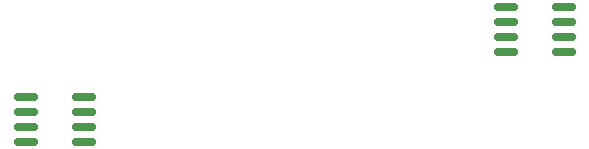
<source format=gbr>
%TF.GenerationSoftware,KiCad,Pcbnew,(6.0.5)*%
%TF.CreationDate,2022-06-24T20:43:43+02:00*%
%TF.ProjectId,VMN,564d4e2e-6b69-4636-9164-5f7063625858,rev?*%
%TF.SameCoordinates,Original*%
%TF.FileFunction,Paste,Top*%
%TF.FilePolarity,Positive*%
%FSLAX46Y46*%
G04 Gerber Fmt 4.6, Leading zero omitted, Abs format (unit mm)*
G04 Created by KiCad (PCBNEW (6.0.5)) date 2022-06-24 20:43:43*
%MOMM*%
%LPD*%
G01*
G04 APERTURE LIST*
G04 Aperture macros list*
%AMRoundRect*
0 Rectangle with rounded corners*
0 $1 Rounding radius*
0 $2 $3 $4 $5 $6 $7 $8 $9 X,Y pos of 4 corners*
0 Add a 4 corners polygon primitive as box body*
4,1,4,$2,$3,$4,$5,$6,$7,$8,$9,$2,$3,0*
0 Add four circle primitives for the rounded corners*
1,1,$1+$1,$2,$3*
1,1,$1+$1,$4,$5*
1,1,$1+$1,$6,$7*
1,1,$1+$1,$8,$9*
0 Add four rect primitives between the rounded corners*
20,1,$1+$1,$2,$3,$4,$5,0*
20,1,$1+$1,$4,$5,$6,$7,0*
20,1,$1+$1,$6,$7,$8,$9,0*
20,1,$1+$1,$8,$9,$2,$3,0*%
G04 Aperture macros list end*
%ADD10RoundRect,0.150000X-0.825000X-0.150000X0.825000X-0.150000X0.825000X0.150000X-0.825000X0.150000X0*%
G04 APERTURE END LIST*
D10*
%TO.C,U7*%
X157545000Y-71755000D03*
X157545000Y-73025000D03*
X157545000Y-74295000D03*
X157545000Y-75565000D03*
X162495000Y-75565000D03*
X162495000Y-74295000D03*
X162495000Y-73025000D03*
X162495000Y-71755000D03*
%TD*%
%TO.C,U4*%
X198185000Y-64135000D03*
X198185000Y-65405000D03*
X198185000Y-66675000D03*
X198185000Y-67945000D03*
X203135000Y-67945000D03*
X203135000Y-66675000D03*
X203135000Y-65405000D03*
X203135000Y-64135000D03*
%TD*%
M02*

</source>
